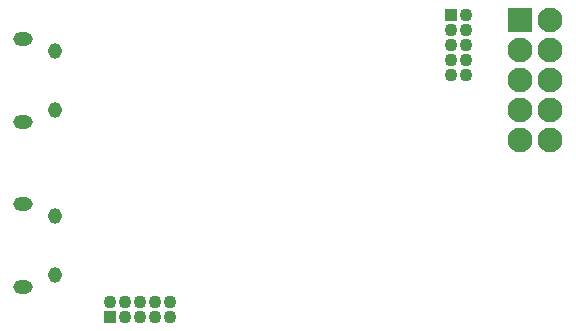
<source format=gbs>
G04*
G04 #@! TF.GenerationSoftware,Altium Limited,Altium Designer,21.6.1 (37)*
G04*
G04 Layer_Color=16711935*
%FSLAX44Y44*%
%MOMM*%
G71*
G04*
G04 #@! TF.SameCoordinates,EB5C24EC-25F4-4F86-8BBE-D8D07956753C*
G04*
G04*
G04 #@! TF.FilePolarity,Negative*
G04*
G01*
G75*
%ADD34C,1.1000*%
%ADD54C,2.1000*%
%ADD55R,2.1000X2.1000*%
%ADD56R,1.1000X1.1000*%
G04:AMPARAMS|DCode=57|XSize=1.35mm|YSize=1.15mm|CornerRadius=0.575mm|HoleSize=0mm|Usage=FLASHONLY|Rotation=270.000|XOffset=0mm|YOffset=0mm|HoleType=Round|Shape=RoundedRectangle|*
%AMROUNDEDRECTD57*
21,1,1.3500,0.0000,0,0,270.0*
21,1,0.2000,1.1500,0,0,270.0*
1,1,1.1500,0.0000,-0.1000*
1,1,1.1500,0.0000,0.1000*
1,1,1.1500,0.0000,0.1000*
1,1,1.1500,0.0000,-0.1000*
%
%ADD57ROUNDEDRECTD57*%
G04:AMPARAMS|DCode=58|XSize=1.65mm|YSize=1.15mm|CornerRadius=0.575mm|HoleSize=0mm|Usage=FLASHONLY|Rotation=180.000|XOffset=0mm|YOffset=0mm|HoleType=Round|Shape=RoundedRectangle|*
%AMROUNDEDRECTD58*
21,1,1.6500,0.0000,0,0,180.0*
21,1,0.5000,1.1500,0,0,180.0*
1,1,1.1500,-0.2500,0.0000*
1,1,1.1500,0.2500,0.0000*
1,1,1.1500,0.2500,0.0000*
1,1,1.1500,-0.2500,0.0000*
%
%ADD58ROUNDEDRECTD58*%
%ADD59R,1.1000X1.1000*%
D34*
X145400Y20000D02*
D03*
Y32700D02*
D03*
X132700Y20000D02*
D03*
Y32700D02*
D03*
X120000Y20000D02*
D03*
Y32700D02*
D03*
X107300Y20000D02*
D03*
Y32700D02*
D03*
X94600D02*
D03*
X396350Y275400D02*
D03*
Y262700D02*
D03*
X383650D02*
D03*
X396350Y250000D02*
D03*
X383650D02*
D03*
X396350Y237300D02*
D03*
X383650D02*
D03*
X396350Y224600D02*
D03*
X383650D02*
D03*
D54*
X467700Y194600D02*
D03*
X442300D02*
D03*
X467700Y245400D02*
D03*
X442300D02*
D03*
X467700Y270800D02*
D03*
X442300Y220000D02*
D03*
X467700D02*
D03*
X442300Y169200D02*
D03*
X467700D02*
D03*
D55*
X442300Y270800D02*
D03*
D56*
X94600Y20000D02*
D03*
D57*
X48500Y105000D02*
D03*
Y55000D02*
D03*
Y195000D02*
D03*
Y245000D02*
D03*
D58*
X21500Y115000D02*
D03*
Y45000D02*
D03*
Y185000D02*
D03*
Y255000D02*
D03*
D59*
X383650Y275400D02*
D03*
M02*

</source>
